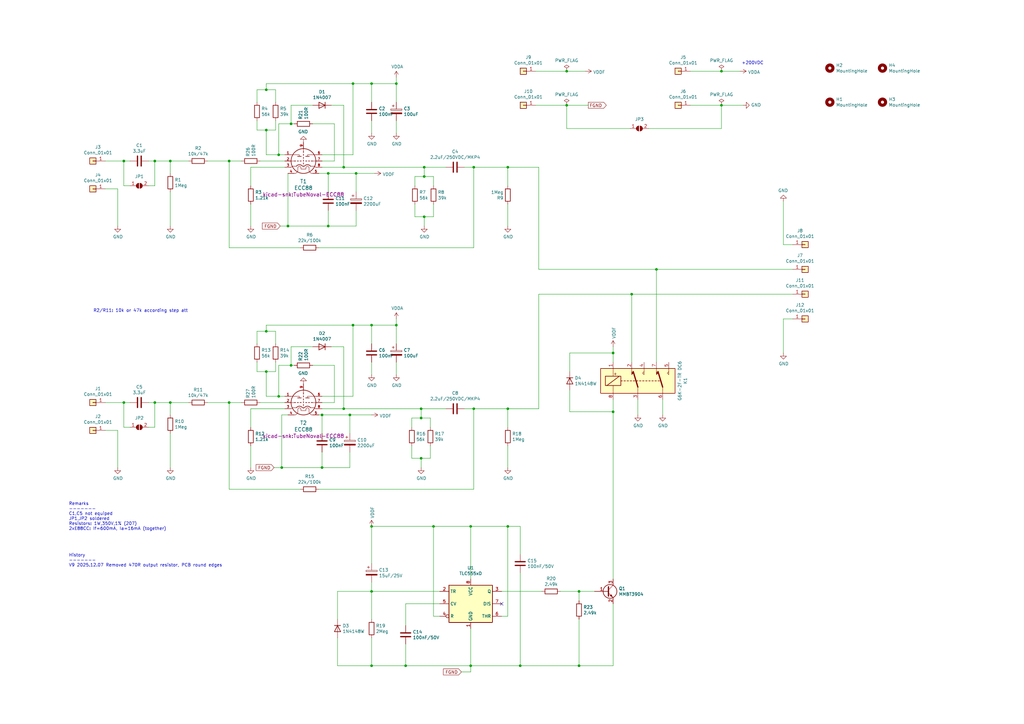
<source format=kicad_sch>
(kicad_sch (version 20250114) (generator "eeschema") (generator_version "9.0")
  (paper "A3")
  (title_block (title "Pre-Amp ECC88/E88CC") (date "2025-12-08") (rev "V9"))
  (lib_symbols
    (symbol "Connector_Generic:Conn_01x01" (pin_names (offset 1.016) (hide yes))
      (property "Reference" "J" (at 0 2.54 0))
      (property "Value" "Conn_01x01" (at 0 -2.54 0))
      (symbol "Conn_01x01_1_1"
        (pin passive line (at -5.08 0 0) (length 3.81) (name "Pin_1") (number "1"))
      )
    )
    (symbol "Device:C" (pin_numbers (hide yes)) (pin_names (offset 0.254))
      (property "Reference" "C" (at 0.635 2.54 0))
      (property "Value" "C" (at 0.635 -2.54 0))
      (symbol "C_1_1"
        (pin passive line (at 0 3.81 270) (length 2.794) (name "~") (number "1"))
        (pin passive line (at 0 -3.81 90) (length 2.794) (name "~") (number "2"))
      )
    )
    (symbol "Device:C_Polarized" (pin_numbers (hide yes)) (pin_names (offset 0.254))
      (property "Reference" "C" (at 0.635 2.54 0))
      (property "Value" "C_Polarized" (at 0.635 -2.54 0))
      (symbol "C_Polarized_1_1"
        (pin passive line (at 0 3.81 270) (length 2.794) (name "~") (number "1"))
        (pin passive line (at 0 -3.81 90) (length 2.794) (name "~") (number "2"))
      )
    )
    (symbol "Device:R" (pin_numbers (hide yes)) (pin_names (offset 0))
      (property "Reference" "R" (at 2.032 0 90))
      (property "Value" "R" (at 0 0 90))
      (symbol "R_1_1"
        (pin passive line (at 0 3.81 270) (length 1.27) (name "~") (number "1"))
        (pin passive line (at 0 -3.81 90) (length 1.27) (name "~") (number "2"))
      )
    )
    (symbol "Diode:1N4007" (pin_numbers (hide yes)) (pin_names (offset 1.016) (hide yes))
      (property "Reference" "D" (at 0 2.54 0))
      (property "Value" "1N4007" (at 0 -2.54 0))
      (symbol "1N4007_1_1"
        (pin passive line (at -3.81 0 0) (length 2.54) (name "K") (number "1"))
        (pin passive line (at 3.81 0 180) (length 2.54) (name "A") (number "2"))
      )
    )
    (symbol "Diode:1N4148W" (pin_numbers (hide yes)) (pin_names (offset 1.016) (hide yes))
      (property "Reference" "D" (at 0 2.54 0))
      (property "Value" "1N4148W" (at 0 -2.54 0))
      (symbol "1N4148W_1_1"
        (pin passive line (at -3.81 0 0) (length 2.54) (name "K") (number "1"))
        (pin passive line (at 3.81 0 180) (length 2.54) (name "A") (number "2"))
      )
    )
    (symbol "Jumper:SolderJumper_2_Open" (pin_names (offset 0) (hide yes))
      (property "Reference" "JP" (at 0 2.032 0))
      (property "Value" "SolderJumper_2_Open" (at 0 -2.54 0))
      (symbol "SolderJumper_2_Open_1_1"
        (pin passive line (at -3.81 0 0) (length 2.54) (name "A") (number "1"))
        (pin passive line (at 3.81 0 180) (length 2.54) (name "B") (number "2"))
      )
    )
    (symbol "Mechanical:MountingHole" (pin_names (offset 1.016))
      (property "Reference" "H" (at 0 5.08 0))
      (property "Value" "MountingHole" (at 0 3.175 0))
    )
    (symbol "Relay:G6K-2"
      (property "Reference" "K" (at 16.51 3.81 0))
      (property "Value" "G6K-2" (at 16.51 1.27 0))
      (symbol "G6K-2_0_0"
        (text "+" (at -9.271 2.921 0) (effects (font (size 1.27 1.27))))
      )
      (symbol "G6K-2_1_1"
        (pin passive line (at -10.16 7.62 270) (length 2.54) (name "~") (number "1"))
        (pin passive line (at -10.16 -7.62 90) (length 2.54) (name "~") (number "8"))
        (pin passive line (at -2.54 7.62 270) (length 2.54) (name "~") (number "2"))
        (pin passive line (at 0 -7.62 90) (length 2.54) (name "~") (number "3"))
        (pin passive line (at 2.54 7.62 270) (length 2.54) (name "~") (number "4"))
        (pin passive line (at 7.62 7.62 270) (length 2.54) (name "~") (number "7"))
        (pin passive line (at 10.16 -7.62 90) (length 2.54) (name "~") (number "6"))
        (pin passive line (at 12.7 7.62 270) (length 2.54) (name "~") (number "5"))
      )
    )
    (symbol "Timer:TLC555xD"
      (property "Reference" "U" (at -10.16 8.89 0))
      (property "Value" "TLC555xD" (at 2.54 8.89 0))
      (symbol "TLC555xD_0_0"
        (pin power_in line (at 0 10.16 270) (length 2.54) (name "VCC") (number "8"))
        (pin power_in line (at 0 -10.16 90) (length 2.54) (name "GND") (number "1"))
      )
      (symbol "TLC555xD_1_1"
        (pin input line (at -12.7 5.08 0) (length 3.81) (name "TR") (number "2"))
        (pin input line (at -12.7 0 0) (length 3.81) (name "CV") (number "5"))
        (pin input inverted (at -12.7 -5.08 0) (length 3.81) (name "R") (number "4"))
        (pin output line (at 12.7 5.08 180) (length 3.81) (name "Q") (number "3"))
        (pin input line (at 12.7 0 180) (length 3.81) (name "DIS") (number "7"))
        (pin input line (at 12.7 -5.08 180) (length 3.81) (name "THR") (number "6"))
      )
    )
    (symbol "Transistor_BJT:MMBT3904" (pin_names (offset 0) (hide yes))
      (property "Reference" "Q" (at 5.08 1.905 0))
      (property "Value" "MMBT3904" (at 5.08 0 0))
      (symbol "MMBT3904_1_1"
        (pin input line (at -5.08 0 0) (length 5.715) (name "B") (number "1"))
        (pin passive line (at 2.54 5.08 270) (length 2.54) (name "C") (number "3"))
        (pin passive line (at 2.54 -5.08 90) (length 2.54) (name "E") (number "2"))
      )
    )
    (symbol "power:GND" (power) (pin_names (offset 0))
      (property "Value" "GND" (at 0 -3.81 0))
      (symbol "GND_1_1"
        (pin power_in line (at 0 0 270) (length 0) (hide yes) (name "GND") (number "1"))
      )
    )
    (symbol "power:PWR_FLAG" (power) (pin_numbers (hide yes)) (pin_names (offset 0) (hide yes))
      (property "Value" "PWR_FLAG" (at 0 3.81 0))
      (symbol "PWR_FLAG_0_0"
        (pin power_out line (at 0 0 90) (length 0) (name "pwr") (number "1"))
      )
    )
    (symbol "power:VDDA" (power) (pin_names (offset 0))
      (property "Value" "VDDA" (at 0 3.81 0))
      (symbol "VDDA_1_1"
        (pin power_in line (at 0 0 90) (length 0) (hide yes) (name "VDDA") (number "1"))
      )
    )
    (symbol "power:VDDF" (power) (pin_names (offset 0))
      (property "Value" "VDDF" (at 0 3.81 0))
      (symbol "VDDF_1_1"
        (pin power_in line (at 0 0 90) (length 0) (hide yes) (name "VDDF") (number "1"))
      )
    )
    (symbol "w_vacuum:ECC88" (pin_names (offset 0.0254) (hide yes))
      (property "Reference" "T" (at 0 -7.62 0))
      (property "Value" "ECC88" (at 0 -10.16 0))
      (symbol "ECC88_1_1"
        (pin input line (at -7.62 2.54 0) (length 2.54) (name "qT1") (number "1"))
        (pin input line (at -7.62 0 0) (length 2.54) (name "gT1") (number "2"))
        (pin input line (at -7.62 -2.54 0) (length 2.54) (name "kT1") (number "3"))
        (pin input line (at -6.35 -5.08 0) (length 2.54) (name "h") (number "4"))
        (pin input line (at 0 7.62 270) (length 2.54) (name "s") (number "9"))
        (pin input line (at 6.35 -5.08 180) (length 2.54) (name "h") (number "5"))
        (pin input line (at 7.62 2.54 180) (length 2.54) (name "qT2") (number "6"))
        (pin input line (at 7.62 0 180) (length 2.54) (name "gT2") (number "7"))
        (pin input line (at 7.62 -2.54 180) (length 2.54) (name "kT2") (number "8"))
      )
    )
  )
  (text "Remarks\n-------\nC1,C5 not equiped\nJP1,JP2 soldered\nResistors: 1W,350V,1% (207)\n2xE88CC: If=600mA, Ia=16mA (together)\n" (at 28.194 211.836 0) (effects (font (size 1.27 1.27)) (justify left)))
  (text "R2/R11: 10k or 47k according step att" (at 57.658 127.508 0) (effects (font (size 1.27 1.27))))
  (text "History\n-------\nV9 2025.12.07 Removed 470R output resistor, PCB round edges" (at 28.194 232.664 0) (effects (font (size 1.27 1.27)) (justify left bottom)))
  (text "+200VDC" (at 304.165 26.67 0) (effects (font (size 1.27 1.27)) (justify left bottom)))
  (junction (at 208.28 215.9))
  (junction (at 69.85 165.1))
  (junction (at 232.41 43.18))
  (junction (at 132.08 191.77))
  (junction (at 172.72 167.64))
  (junction (at 295.91 43.18))
  (junction (at 119.38 149.86))
  (junction (at 237.49 273.05))
  (junction (at 213.36 273.05))
  (junction (at 208.28 68.58))
  (junction (at 134.62 92.71))
  (junction (at 251.46 168.91))
  (junction (at 194.31 167.64))
  (junction (at 152.4 34.29))
  (junction (at 69.85 66.04))
  (junction (at 208.28 167.64))
  (junction (at 172.72 171.45))
  (junction (at 144.78 133.35))
  (junction (at 166.37 273.05))
  (junction (at 146.05 71.12))
  (junction (at 162.56 34.29))
  (junction (at 152.4 273.05))
  (junction (at 63.5 66.04))
  (junction (at 237.49 242.57))
  (junction (at 152.4 215.9))
  (junction (at 114.3 63.5))
  (junction (at 193.04 215.9))
  (junction (at 152.4 133.35))
  (junction (at 193.04 273.05))
  (junction (at 115.57 191.77))
  (junction (at 173.99 68.58))
  (junction (at 134.62 71.12))
  (junction (at 140.97 68.58))
  (junction (at 93.98 66.04))
  (junction (at 172.72 187.96))
  (junction (at 194.31 68.58))
  (junction (at 269.24 110.49))
  (junction (at 50.8 66.04))
  (junction (at 162.56 133.35))
  (junction (at 109.22 135.89))
  (junction (at 119.38 50.8))
  (junction (at 232.41 29.21))
  (junction (at 152.4 242.57))
  (junction (at 114.3 162.56))
  (junction (at 173.99 72.39))
  (junction (at 144.78 34.29))
  (junction (at 143.51 170.18))
  (junction (at 109.22 53.34))
  (junction (at 173.99 88.9))
  (junction (at 132.08 170.18))
  (junction (at 63.5 165.1))
  (junction (at 177.8 215.9))
  (junction (at 109.22 36.83))
  (junction (at 251.46 144.78))
  (junction (at 109.22 152.4))
  (junction (at 50.8 165.1))
  (junction (at 93.98 165.1))
  (junction (at 118.11 92.71))
  (junction (at 259.08 120.65))
  (junction (at 140.97 167.64))
  (junction (at 295.91 29.21))
  (no_connect (at 205.74 247.65))
  (wire (pts (xy 69.85 71.12) (xy 69.85 66.04)))
  (wire (pts (xy 105.41 36.83) (xy 105.41 41.91)))
  (wire (pts (xy 180.34 252.73) (xy 177.8 252.73)))
  (wire (pts (xy 162.56 153.67) (xy 162.56 148.59)))
  (wire (pts (xy 153.67 71.12) (xy 146.05 71.12)))
  (wire (pts (xy 173.99 92.71) (xy 173.99 88.9)))
  (wire (pts (xy 173.99 72.39) (xy 170.18 72.39)))
  (wire (pts (xy 194.31 101.6) (xy 130.81 101.6)))
  (wire (pts (xy 152.4 242.57) (xy 138.43 242.57)))
  (wire (pts (xy 321.31 130.81) (xy 325.12 130.81)))
  (wire (pts (xy 114.3 50.8) (xy 119.38 50.8)))
  (wire (pts (xy 219.71 43.18) (xy 232.41 43.18)))
  (wire (pts (xy 144.78 34.29) (xy 152.4 34.29)))
  (wire (pts (xy 152.4 140.97) (xy 152.4 133.35)))
  (wire (pts (xy 152.4 133.35) (xy 162.56 133.35)))
  (wire (pts (xy 114.3 162.56) (xy 109.22 162.56)))
  (wire (pts (xy 113.03 41.91) (xy 113.03 36.83)))
  (wire (pts (xy 193.04 273.05) (xy 166.37 273.05)))
  (wire (pts (xy 208.28 175.26) (xy 208.28 167.64)))
  (wire (pts (xy 102.87 92.71) (xy 102.87 83.82)))
  (wire (pts (xy 77.47 66.04) (xy 69.85 66.04)))
  (wire (pts (xy 233.68 160.02) (xy 233.68 168.91)))
  (wire (pts (xy 146.05 92.71) (xy 146.05 86.36)))
  (wire (pts (xy 60.96 165.1) (xy 63.5 165.1)))
  (wire (pts (xy 140.97 167.64) (xy 172.72 167.64)))
  (wire (pts (xy 205.74 242.57) (xy 222.25 242.57)))
  (wire (pts (xy 48.26 92.71) (xy 48.26 77.47)))
  (wire (pts (xy 116.84 68.58) (xy 102.87 68.58)))
  (wire (pts (xy 53.34 76.2) (xy 50.8 76.2)))
  (wire (pts (xy 63.5 165.1) (xy 69.85 165.1)))
  (wire (pts (xy 128.27 149.86) (xy 137.16 149.86)))
  (wire (pts (xy 168.91 187.96) (xy 172.72 187.96)))
  (wire (pts (xy 180.34 247.65) (xy 166.37 247.65)))
  (wire (pts (xy 50.8 76.2) (xy 50.8 66.04)))
  (wire (pts (xy 109.22 63.5) (xy 109.22 53.34)))
  (wire (pts (xy 194.31 167.64) (xy 190.5 167.64)))
  (wire (pts (xy 152.4 242.57) (xy 152.4 254)))
  (wire (pts (xy 109.22 135.89) (xy 105.41 135.89)))
  (wire (pts (xy 50.8 165.1) (xy 53.34 165.1)))
  (wire (pts (xy 109.22 53.34) (xy 105.41 53.34)))
  (wire (pts (xy 135.89 142.24) (xy 140.97 142.24)))
  (wire (pts (xy 208.28 83.82) (xy 208.28 92.71)))
  (wire (pts (xy 134.62 71.12) (xy 130.81 71.12)))
  (wire (pts (xy 105.41 135.89) (xy 105.41 140.97)))
  (wire (pts (xy 295.91 29.21) (xy 283.21 29.21)))
  (wire (pts (xy 144.78 63.5) (xy 144.78 34.29)))
  (wire (pts (xy 152.4 273.05) (xy 138.43 273.05)))
  (wire (pts (xy 205.74 252.73) (xy 208.28 252.73)))
  (wire (pts (xy 132.08 177.8) (xy 132.08 170.18)))
  (wire (pts (xy 269.24 148.59) (xy 269.24 110.49)))
  (wire (pts (xy 251.46 148.59) (xy 251.46 144.78)))
  (wire (pts (xy 162.56 133.35) (xy 162.56 140.97)))
  (wire (pts (xy 119.38 142.24) (xy 119.38 149.86)))
  (wire (pts (xy 208.28 76.2) (xy 208.28 68.58)))
  (wire (pts (xy 237.49 254) (xy 237.49 273.05)))
  (wire (pts (xy 69.85 92.71) (xy 69.85 78.74)))
  (wire (pts (xy 162.56 133.35) (xy 162.56 130.81)))
  (wire (pts (xy 137.16 149.86) (xy 137.16 165.1)))
  (wire (pts (xy 168.91 171.45) (xy 168.91 175.26)))
  (wire (pts (xy 119.38 149.86) (xy 114.3 149.86)))
  (wire (pts (xy 152.4 153.67) (xy 152.4 148.59)))
  (wire (pts (xy 208.28 191.77) (xy 208.28 182.88)))
  (wire (pts (xy 128.27 43.18) (xy 119.38 43.18)))
  (wire (pts (xy 115.57 170.18) (xy 115.57 191.77)))
  (wire (pts (xy 138.43 273.05) (xy 138.43 261.62)))
  (wire (pts (xy 208.28 252.73) (xy 208.28 215.9)))
  (wire (pts (xy 112.395 191.77) (xy 115.57 191.77)))
  (wire (pts (xy 213.36 227.33) (xy 213.36 215.9)))
  (wire (pts (xy 146.05 71.12) (xy 134.62 71.12)))
  (wire (pts (xy 109.22 53.34) (xy 113.03 53.34)))
  (wire (pts (xy 240.03 29.21) (xy 232.41 29.21)))
  (wire (pts (xy 162.56 54.61) (xy 162.56 49.53)))
  (wire (pts (xy 170.18 83.82) (xy 170.18 88.9)))
  (wire (pts (xy 106.68 165.1) (xy 116.84 165.1)))
  (wire (pts (xy 152.4 242.57) (xy 152.4 238.76)))
  (wire (pts (xy 132.08 167.64) (xy 140.97 167.64)))
  (wire (pts (xy 144.78 162.56) (xy 144.78 133.35)))
  (wire (pts (xy 194.31 167.64) (xy 194.31 200.66)))
  (wire (pts (xy 166.37 247.65) (xy 166.37 256.54)))
  (wire (pts (xy 233.68 144.78) (xy 251.46 144.78)))
  (wire (pts (xy 259.08 148.59) (xy 259.08 120.65)))
  (wire (pts (xy 93.98 200.66) (xy 93.98 165.1)))
  (wire (pts (xy 118.11 170.18) (xy 115.57 170.18)))
  (wire (pts (xy 232.41 43.18) (xy 241.3 43.18)))
  (wire (pts (xy 114.935 92.71) (xy 118.11 92.71)))
  (wire (pts (xy 102.87 191.77) (xy 102.87 182.88)))
  (wire (pts (xy 172.72 171.45) (xy 168.91 171.45)))
  (wire (pts (xy 134.62 92.71) (xy 146.05 92.71)))
  (wire (pts (xy 85.09 66.04) (xy 93.98 66.04)))
  (wire (pts (xy 237.49 246.38) (xy 237.49 242.57)))
  (wire (pts (xy 135.89 43.18) (xy 140.97 43.18)))
  (wire (pts (xy 109.22 162.56) (xy 109.22 152.4)))
  (wire (pts (xy 194.31 68.58) (xy 208.28 68.58)))
  (wire (pts (xy 77.47 165.1) (xy 69.85 165.1)))
  (wire (pts (xy 143.51 170.18) (xy 152.4 170.18)))
  (wire (pts (xy 63.5 76.2) (xy 60.96 76.2)))
  (wire (pts (xy 116.84 63.5) (xy 114.3 63.5)))
  (wire (pts (xy 114.3 63.5) (xy 109.22 63.5)))
  (wire (pts (xy 152.4 215.9) (xy 177.8 215.9)))
  (wire (pts (xy 180.34 242.57) (xy 152.4 242.57)))
  (wire (pts (xy 208.28 215.9) (xy 193.04 215.9)))
  (wire (pts (xy 233.68 152.4) (xy 233.68 144.78)))
  (wire (pts (xy 123.19 200.66) (xy 93.98 200.66)))
  (wire (pts (xy 172.72 167.64) (xy 182.88 167.64)))
  (wire (pts (xy 166.37 273.05) (xy 152.4 273.05)))
  (wire (pts (xy 143.51 191.77) (xy 143.51 185.42)))
  (wire (pts (xy 132.08 63.5) (xy 144.78 63.5)))
  (wire (pts (xy 213.36 273.05) (xy 193.04 273.05)))
  (wire (pts (xy 162.56 34.29) (xy 162.56 31.75)))
  (wire (pts (xy 271.78 170.18) (xy 271.78 163.83)))
  (wire (pts (xy 162.56 34.29) (xy 162.56 41.91)))
  (wire (pts (xy 53.34 175.26) (xy 50.8 175.26)))
  (wire (pts (xy 134.62 78.74) (xy 134.62 71.12)))
  (wire (pts (xy 233.68 168.91) (xy 251.46 168.91)))
  (wire (pts (xy 144.78 34.29) (xy 109.22 34.29)))
  (wire (pts (xy 69.85 66.04) (xy 63.5 66.04)))
  (wire (pts (xy 193.04 257.81) (xy 193.04 273.05)))
  (wire (pts (xy 138.43 242.57) (xy 138.43 254)))
  (wire (pts (xy 173.99 68.58) (xy 182.88 68.58)))
  (wire (pts (xy 193.04 275.59) (xy 193.04 273.05)))
  (wire (pts (xy 325.12 100.33) (xy 321.31 100.33)))
  (wire (pts (xy 193.04 237.49) (xy 193.04 215.9)))
  (wire (pts (xy 251.46 168.91) (xy 251.46 237.49)))
  (wire (pts (xy 170.18 88.9) (xy 173.99 88.9)))
  (wire (pts (xy 208.28 68.58) (xy 220.98 68.58)))
  (wire (pts (xy 261.62 170.18) (xy 261.62 163.83)))
  (wire (pts (xy 113.03 152.4) (xy 113.03 148.59)))
  (wire (pts (xy 177.8 88.9) (xy 177.8 83.82)))
  (wire (pts (xy 109.22 133.35) (xy 109.22 135.89)))
  (wire (pts (xy 170.18 72.39) (xy 170.18 76.2)))
  (wire (pts (xy 48.26 77.47) (xy 43.18 77.47)))
  (wire (pts (xy 114.3 149.86) (xy 114.3 162.56)))
  (wire (pts (xy 128.27 142.24) (xy 119.38 142.24)))
  (wire (pts (xy 194.31 200.66) (xy 130.81 200.66)))
  (wire (pts (xy 283.21 43.18) (xy 295.91 43.18)))
  (wire (pts (xy 237.49 273.05) (xy 213.36 273.05)))
  (wire (pts (xy 109.22 36.83) (xy 105.41 36.83)))
  (wire (pts (xy 176.53 187.96) (xy 176.53 182.88)))
  (wire (pts (xy 140.97 43.18) (xy 140.97 68.58)))
  (wire (pts (xy 119.38 50.8) (xy 120.65 50.8)))
  (wire (pts (xy 194.31 167.64) (xy 208.28 167.64)))
  (wire (pts (xy 134.62 92.71) (xy 134.62 86.36)))
  (wire (pts (xy 194.31 68.58) (xy 190.5 68.58)))
  (wire (pts (xy 146.05 78.74) (xy 146.05 71.12)))
  (wire (pts (xy 208.28 167.64) (xy 220.98 167.64)))
  (wire (pts (xy 48.26 191.77) (xy 48.26 176.53)))
  (wire (pts (xy 132.08 191.77) (xy 132.08 185.42)))
  (wire (pts (xy 50.8 66.04) (xy 53.34 66.04)))
  (wire (pts (xy 232.41 29.21) (xy 219.71 29.21)))
  (wire (pts (xy 259.08 120.65) (xy 325.12 120.65)))
  (wire (pts (xy 213.36 215.9) (xy 208.28 215.9)))
  (wire (pts (xy 251.46 247.65) (xy 251.46 273.05)))
  (wire (pts (xy 251.46 144.78) (xy 251.46 142.24)))
  (wire (pts (xy 43.18 66.04) (xy 50.8 66.04)))
  (wire (pts (xy 50.8 175.26) (xy 50.8 165.1)))
  (wire (pts (xy 213.36 234.95) (xy 213.36 273.05)))
  (wire (pts (xy 321.31 100.33) (xy 321.31 82.55)))
  (wire (pts (xy 132.08 68.58) (xy 140.97 68.58)))
  (wire (pts (xy 63.5 66.04) (xy 63.5 76.2)))
  (wire (pts (xy 295.91 52.705) (xy 295.91 43.18)))
  (wire (pts (xy 193.04 215.9) (xy 177.8 215.9)))
  (wire (pts (xy 113.03 53.34) (xy 113.03 49.53)))
  (wire (pts (xy 143.51 177.8) (xy 143.51 170.18)))
  (wire (pts (xy 69.85 191.77) (xy 69.85 177.8)))
  (wire (pts (xy 321.31 144.78) (xy 321.31 130.81)))
  (wire (pts (xy 144.78 133.35) (xy 152.4 133.35)))
  (wire (pts (xy 303.53 29.21) (xy 295.91 29.21)))
  (wire (pts (xy 63.5 66.04) (xy 60.96 66.04)))
  (wire (pts (xy 63.5 175.26) (xy 60.96 175.26)))
  (wire (pts (xy 85.09 165.1) (xy 93.98 165.1)))
  (wire (pts (xy 93.98 101.6) (xy 93.98 66.04)))
  (wire (pts (xy 105.41 152.4) (xy 105.41 148.59)))
  (wire (pts (xy 137.16 50.8) (xy 137.16 66.04)))
  (wire (pts (xy 258.445 52.705) (xy 232.41 52.705)))
  (wire (pts (xy 243.84 242.57) (xy 237.49 242.57)))
  (wire (pts (xy 173.99 88.9) (xy 177.8 88.9)))
  (wire (pts (xy 251.46 163.83) (xy 251.46 168.91)))
  (wire (pts (xy 176.53 175.26) (xy 176.53 171.45)))
  (wire (pts (xy 220.98 120.65) (xy 259.08 120.65)))
  (wire (pts (xy 177.8 252.73) (xy 177.8 215.9)))
  (wire (pts (xy 173.99 72.39) (xy 173.99 68.58)))
  (wire (pts (xy 115.57 191.77) (xy 132.08 191.77)))
  (wire (pts (xy 132.08 170.18) (xy 130.81 170.18)))
  (wire (pts (xy 132.08 165.1) (xy 137.16 165.1)))
  (wire (pts (xy 269.24 110.49) (xy 325.12 110.49)))
  (wire (pts (xy 152.4 34.29) (xy 162.56 34.29)))
  (wire (pts (xy 152.4 54.61) (xy 152.4 49.53)))
  (wire (pts (xy 116.84 167.64) (xy 102.87 167.64)))
  (wire (pts (xy 176.53 171.45) (xy 172.72 171.45)))
  (wire (pts (xy 152.4 231.14) (xy 152.4 215.9)))
  (wire (pts (xy 132.08 66.04) (xy 137.16 66.04)))
  (wire (pts (xy 251.46 273.05) (xy 237.49 273.05)))
  (wire (pts (xy 168.91 182.88) (xy 168.91 187.96)))
  (wire (pts (xy 116.84 162.56) (xy 114.3 162.56)))
  (wire (pts (xy 48.26 176.53) (xy 43.18 176.53)))
  (wire (pts (xy 123.19 101.6) (xy 93.98 101.6)))
  (wire (pts (xy 114.3 50.8) (xy 114.3 63.5)))
  (wire (pts (xy 118.11 71.12) (xy 118.11 92.71)))
  (wire (pts (xy 93.98 66.04) (xy 99.06 66.04)))
  (wire (pts (xy 113.03 36.83) (xy 109.22 36.83)))
  (wire (pts (xy 237.49 242.57) (xy 229.87 242.57)))
  (wire (pts (xy 266.065 52.705) (xy 295.91 52.705)))
  (wire (pts (xy 166.37 273.05) (xy 166.37 264.16)))
  (wire (pts (xy 132.08 170.18) (xy 143.51 170.18)))
  (wire (pts (xy 69.85 170.18) (xy 69.85 165.1)))
  (wire (pts (xy 220.98 68.58) (xy 220.98 110.49)))
  (wire (pts (xy 63.5 165.1) (xy 63.5 175.26)))
  (wire (pts (xy 189.23 275.59) (xy 193.04 275.59)))
  (wire (pts (xy 220.98 110.49) (xy 269.24 110.49)))
  (wire (pts (xy 144.78 133.35) (xy 109.22 133.35)))
  (wire (pts (xy 177.8 72.39) (xy 173.99 72.39)))
  (wire (pts (xy 102.87 68.58) (xy 102.87 76.2)))
  (wire (pts (xy 105.41 53.34) (xy 105.41 49.53)))
  (wire (pts (xy 140.97 142.24) (xy 140.97 167.64)))
  (wire (pts (xy 120.65 149.86) (xy 119.38 149.86)))
  (wire (pts (xy 109.22 152.4) (xy 113.03 152.4)))
  (wire (pts (xy 93.98 165.1) (xy 99.06 165.1)))
  (wire (pts (xy 172.72 191.77) (xy 172.72 187.96)))
  (wire (pts (xy 128.27 50.8) (xy 137.16 50.8)))
  (wire (pts (xy 177.8 76.2) (xy 177.8 72.39)))
  (wire (pts (xy 102.87 167.64) (xy 102.87 175.26)))
  (wire (pts (xy 232.41 43.18) (xy 232.41 52.705)))
  (wire (pts (xy 220.98 167.64) (xy 220.98 120.65)))
  (wire (pts (xy 140.97 68.58) (xy 173.99 68.58)))
  (wire (pts (xy 118.11 92.71) (xy 134.62 92.71)))
  (wire (pts (xy 106.68 66.04) (xy 116.84 66.04)))
  (wire (pts (xy 194.31 68.58) (xy 194.31 101.6)))
  (wire (pts (xy 152.4 273.05) (xy 152.4 261.62)))
  (wire (pts (xy 172.72 187.96) (xy 176.53 187.96)))
  (wire (pts (xy 113.03 140.97) (xy 113.03 135.89)))
  (wire (pts (xy 132.08 191.77) (xy 143.51 191.77)))
  (wire (pts (xy 109.22 34.29) (xy 109.22 36.83)))
  (wire (pts (xy 113.03 135.89) (xy 109.22 135.89)))
  (wire (pts (xy 295.91 43.18) (xy 304.8 43.18)))
  (wire (pts (xy 172.72 171.45) (xy 172.72 167.64)))
  (wire (pts (xy 152.4 41.91) (xy 152.4 34.29)))
  (wire (pts (xy 119.38 43.18) (xy 119.38 50.8)))
  (wire (pts (xy 132.08 162.56) (xy 144.78 162.56)))
  (wire (pts (xy 43.18 165.1) (xy 50.8 165.1)))
  (wire (pts (xy 109.22 152.4) (xy 105.41 152.4)))
  (global_label "FGND" (shape output) (at 241.3 43.18 0) (property "Intersheetrefs" "${INTERSHEET_REFS}" (effects (hide yes))))
  (global_label "FGND" (shape input) (at 114.935 92.71 180) (property "Intersheetrefs" "${INTERSHEET_REFS}" (effects (hide yes))))
  (global_label "FGND" (shape input) (at 189.23 275.59 180) (property "Intersheetrefs" "${INTERSHEET_REFS}" (effects (hide yes))))
  (global_label "FGND" (shape input) (at 112.395 191.77 180) (property "Intersheetrefs" "${INTERSHEET_REFS}" (effects (hide yes))))
  (symbol (lib_id "w_vacuum:ECC88") (at 124.46 66.04 0) (unit 1)
    (property "Reference" "T1" (at 124.46 74.3966 0) (effects (font (size 1.524 1.524))))
    (property "Value" "ECC88" (at 124.46 77.089 0) (effects (font (size 1.524 1.524))))
    (property "Footprint" "kicad-snk:TubeNoval-ECC88" (at 124.46 79.7814 0) (effects (font (size 1.524 1.524))))
  )
  (symbol (lib_id "Device:R") (at 81.28 66.04 270) (unit 1)
    (property "Reference" "R2" (at 81.28 60.7822 90))
    (property "Value" "10k/47k" (at 81.28 63.0936 90))
    (property "Footprint" "Resistor_SMD:R_MELF_MMB-0207" (effects (hide yes)))
  )
  (symbol (lib_id "Device:R") (at 69.85 74.93 0) (unit 1)
    (property "Reference" "R1" (at 71.628 73.7616 0) (effects (justify left)))
    (property "Value" "1Meg" (at 71.628 76.073 0) (effects (justify left)))
    (property "Footprint" "Resistor_SMD:R_MELF_MMB-0207" (effects (hide yes)))
  )
  (symbol (lib_id "Connector_Generic:Conn_01x01") (at 38.1 66.04 180) (unit 1)
    (property "Reference" "J3" (at 40.1828 60.325 0))
    (property "Value" "Conn_01x01" (at 40.1828 62.6364 0))
    (property "Footprint" "Connector_Pin:Pin_D1.0mm_L10.0mm" (effects (hide yes)))
  )
  (symbol (lib_id "Connector_Generic:Conn_01x01") (at 38.1 77.47 180) (unit 1)
    (property "Reference" "J4" (at 40.1828 71.755 0))
    (property "Value" "Conn_01x01" (at 40.1828 74.0664 0))
    (property "Footprint" "Connector_Pin:Pin_D1.0mm_L10.0mm" (effects (hide yes)))
  )
  (symbol (lib_id "Connector_Generic:Conn_01x01") (at 278.13 29.21 180) (unit 1)
    (property "Reference" "J5" (at 280.2128 23.495 0))
    (property "Value" "Conn_01x01" (at 280.2128 25.8064 0))
    (property "Footprint" "Connector_Pin:Pin_D1.3mm_L11.0mm" (effects (hide yes)))
  )
  (symbol (lib_id "Connector_Generic:Conn_01x01") (at 278.13 43.18 180) (unit 1)
    (property "Reference" "J6" (at 280.2128 37.465 0))
    (property "Value" "Conn_01x01" (at 280.2128 39.7764 0))
    (property "Footprint" "Connector_Pin:Pin_D1.3mm_L11.0mm" (effects (hide yes)))
  )
  (symbol (lib_id "Device:C") (at 57.15 66.04 270) (unit 1)
    (property "Reference" "C1" (at 57.15 59.6392 90))
    (property "Value" "3.3uF" (at 57.15 61.9506 90))
    (property "Footprint" "Capacitor_THT:C_Rect_L7.2mm_W7.2mm_P5.00mm_FKS2_FKP2_MKS2_MKP2" (effects (hide yes)))
  )
  (symbol (lib_id "Mechanical:MountingHole") (at 340.36 27.94 0) (unit 1)
    (property "Reference" "H2" (at 342.9 26.7716 0) (effects (justify left)))
    (property "Value" "MountingHole" (at 342.9 29.083 0) (effects (justify left)))
    (property "Footprint" "MountingHole:MountingHole_3.2mm_M3_Pad_Via" (effects (hide yes)))
  )
  (symbol (lib_id "Mechanical:MountingHole") (at 361.95 27.94 0) (unit 1)
    (property "Reference" "H4" (at 364.49 26.7716 0) (effects (justify left)))
    (property "Value" "MountingHole" (at 364.49 29.083 0) (effects (justify left)))
    (property "Footprint" "MountingHole:MountingHole_3.2mm_M3_Pad_Via" (effects (hide yes)))
  )
  (symbol (lib_id "Mechanical:MountingHole") (at 340.36 41.91 0) (unit 1)
    (property "Reference" "H1" (at 342.9 40.7416 0) (effects (justify left)))
    (property "Value" "MountingHole" (at 342.9 43.053 0) (effects (justify left)))
    (property "Footprint" "MountingHole:MountingHole_3.2mm_M3_Pad_Via" (effects (hide yes)))
  )
  (symbol (lib_id "Mechanical:MountingHole") (at 361.95 41.91 0) (unit 1)
    (property "Reference" "H3" (at 364.49 40.7416 0) (effects (justify left)))
    (property "Value" "MountingHole" (at 364.49 43.053 0) (effects (justify left)))
    (property "Footprint" "MountingHole:MountingHole_3.2mm_M3_Pad_Via" (effects (hide yes)))
  )
  (symbol (lib_id "power:PWR_FLAG") (at 295.91 29.21 0) (unit 1)
    (property "Reference" "#FLG04" (effects (hide yes)))
    (property "Value" "PWR_FLAG" (at 295.91 24.8158 0))
  )
  (symbol (lib_id "power:GND") (at 304.8 43.18 90) (unit 1)
    (property "Reference" "#PWR05" (effects (hide yes)))
    (property "Value" "GND" (at 308.0512 43.053 90) (effects (justify right)))
  )
  (symbol (lib_id "power:PWR_FLAG") (at 295.91 43.18 0) (unit 1)
    (property "Reference" "#FLG03" (effects (hide yes)))
    (property "Value" "PWR_FLAG" (at 295.91 38.7858 0))
  )
  (symbol (lib_id "power:VDDF") (at 240.03 29.21 270) (unit 1)
    (property "Reference" "#PWR01" (effects (hide yes)))
    (property "Value" "VDDF" (at 243.2812 29.591 90) (effects (justify left)))
  )
  (symbol (lib_id "power:VDDA") (at 303.53 29.21 270) (unit 1)
    (property "Reference" "#PWR07" (effects (hide yes)))
    (property "Value" "VDDA" (at 306.7812 29.591 90) (effects (justify left)))
  )
  (symbol (lib_id "Device:R") (at 113.03 45.72 0) (unit 1)
    (property "Reference" "R5" (at 114.808 44.5516 0) (effects (justify left)))
    (property "Value" "39k" (at 114.808 46.863 0) (effects (justify left)))
    (property "Footprint" "Resistor_SMD:R_MELF_MMB-0207" (effects (hide yes)))
  )
  (symbol (lib_id "Device:C_Polarized") (at 162.56 45.72 0) (unit 1)
    (property "Reference" "C3" (at 165.5572 44.5516 0) (effects (justify left)))
    (property "Value" "100uF" (at 165.5572 46.863 0) (effects (justify left)))
    (property "Footprint" "Capacitor_THT:CP_Radial_D18.0mm_P7.50mm" (effects (hide yes)))
  )
  (symbol (lib_id "Device:R") (at 105.41 45.72 0) (unit 1)
    (property "Reference" "R4" (at 107.188 44.5516 0) (effects (justify left)))
    (property "Value" "56k" (at 107.188 46.863 0) (effects (justify left)))
    (property "Footprint" "Resistor_SMD:R_MELF_MMB-0207" (effects (hide yes)))
  )
  (symbol (lib_id "Device:C") (at 152.4 45.72 0) (unit 1)
    (property "Reference" "C2" (at 155.321 44.5516 0) (effects (justify left)))
    (property "Value" "100nF" (at 155.321 46.863 0) (effects (justify left)))
    (property "Footprint" "Capacitor_THT:C_Rect_L16.5mm_W5.0mm_P15.00mm_MKT" (effects (hide yes)))
  )
  (symbol (lib_id "Device:R") (at 177.8 80.01 0) (unit 1)
    (property "Reference" "R8" (at 179.578 78.8416 0) (effects (justify left)))
    (property "Value" "39k" (at 179.578 81.153 0) (effects (justify left)))
    (property "Footprint" "Resistor_SMD:R_MELF_MMB-0207" (effects (hide yes)))
  )
  (symbol (lib_id "Device:R") (at 170.18 80.01 0) (unit 1)
    (property "Reference" "R7" (at 171.958 78.8416 0) (effects (justify left)))
    (property "Value" "56k" (at 171.958 81.153 0) (effects (justify left)))
    (property "Footprint" "Resistor_SMD:R_MELF_MMB-0207" (effects (hide yes)))
  )
  (symbol (lib_id "Device:R") (at 208.28 80.01 180) (unit 1)
    (property "Reference" "R9" (at 206.502 81.1784 0) (effects (justify left)))
    (property "Value" "1Meg" (at 206.502 78.867 0) (effects (justify left)))
    (property "Footprint" "Resistor_SMD:R_MELF_MMB-0207" (effects (hide yes)))
  )
  (symbol (lib_id "Device:C") (at 186.69 68.58 270) (unit 1)
    (property "Reference" "C4" (at 186.69 62.1792 90))
    (property "Value" "2.2uF/250VDC/MKP4" (at 186.69 64.4906 90))
    (property "Footprint" "Capacitor_THT:C_Rect_L31.5mm_W11.0mm_P27.50mm_MKS4" (effects (hide yes)))
  )
  (symbol (lib_id "Device:R") (at 127 101.6 270) (unit 1)
    (property "Reference" "R6" (at 127 96.3422 90))
    (property "Value" "22k/100k" (at 127 98.6536 90))
    (property "Footprint" "Resistor_SMD:R_MELF_MMB-0207" (effects (hide yes)))
  )
  (symbol (lib_id "power:GND") (at 124.46 58.42 180) (unit 1)
    (property "Reference" "#PWR09" (effects (hide yes)))
    (property "Value" "GND" (at 124.333 54.0258 0))
  )
  (symbol (lib_id "power:GND") (at 173.99 92.71 0) (unit 1)
    (property "Reference" "#PWR012" (effects (hide yes)))
    (property "Value" "GND" (at 174.117 97.1042 0))
  )
  (symbol (lib_id "Connector_Generic:Conn_01x01") (at 330.2 110.49 0) (mirror x) (unit 1)
    (property "Reference" "J7" (at 328.1172 104.775 0))
    (property "Value" "Conn_01x01" (at 328.1172 107.0864 0))
    (property "Footprint" "Connector_Pin:Pin_D1.0mm_L10.0mm" (effects (hide yes)))
  )
  (symbol (lib_id "Connector_Generic:Conn_01x01") (at 330.2 100.33 0) (mirror x) (unit 1)
    (property "Reference" "J8" (at 328.1172 94.615 0))
    (property "Value" "Conn_01x01" (at 328.1172 96.9264 0))
    (property "Footprint" "Connector_Pin:Pin_D1.0mm_L10.0mm" (effects (hide yes)))
  )
  (symbol (lib_id "power:GND") (at 162.56 54.61 0) (unit 1)
    (property "Reference" "#PWR014" (effects (hide yes)))
    (property "Value" "GND" (at 162.687 59.0042 0))
  )
  (symbol (lib_id "power:GND") (at 152.4 54.61 0) (unit 1)
    (property "Reference" "#PWR011" (effects (hide yes)))
    (property "Value" "GND" (at 152.527 59.0042 0))
  )
  (symbol (lib_id "power:VDDF") (at 153.67 71.12 270) (unit 1)
    (property "Reference" "#PWR010" (effects (hide yes)))
    (property "Value" "VDDF" (at 156.9212 71.501 90) (effects (justify left)))
  )
  (symbol (lib_id "Device:R") (at 102.87 80.01 0) (unit 1)
    (property "Reference" "R3" (at 104.648 78.8416 0) (effects (justify left)))
    (property "Value" "1.21k" (at 104.648 81.153 0) (effects (justify left)))
    (property "Footprint" "Resistor_SMD:R_MiniMELF_MMA-0204" (effects (hide yes)))
  )
  (symbol (lib_id "power:GND") (at 102.87 92.71 0) (unit 1)
    (property "Reference" "#PWR06" (effects (hide yes)))
    (property "Value" "GND" (at 102.997 97.1042 0))
  )
  (symbol (lib_id "power:GND") (at 69.85 92.71 0) (unit 1)
    (property "Reference" "#PWR04" (effects (hide yes)))
    (property "Value" "GND" (at 69.977 97.1042 0))
  )
  (symbol (lib_id "power:GND") (at 48.26 92.71 0) (unit 1)
    (property "Reference" "#PWR03" (effects (hide yes)))
    (property "Value" "GND" (at 48.387 97.1042 0))
  )
  (symbol (lib_id "power:VDDA") (at 162.56 31.75 0) (unit 1)
    (property "Reference" "#PWR013" (effects (hide yes)))
    (property "Value" "VDDA" (at 162.941 27.3558 0))
  )
  (symbol (lib_id "Connector_Generic:Conn_01x01") (at 214.63 29.21 180) (unit 1)
    (property "Reference" "J9" (at 216.7128 23.495 0))
    (property "Value" "Conn_01x01" (at 216.7128 25.8064 0))
    (property "Footprint" "Connector_Pin:Pin_D1.3mm_L11.0mm" (effects (hide yes)))
  )
  (symbol (lib_id "Connector_Generic:Conn_01x01") (at 214.63 43.18 180) (unit 1)
    (property "Reference" "J10" (at 216.7128 37.465 0))
    (property "Value" "Conn_01x01" (at 216.7128 39.7764 0))
    (property "Footprint" "Connector_Pin:Pin_D1.3mm_L11.0mm" (effects (hide yes)))
  )
  (symbol (lib_id "power:PWR_FLAG") (at 232.41 29.21 0) (unit 1)
    (property "Reference" "#FLG01" (effects (hide yes)))
    (property "Value" "PWR_FLAG" (at 232.41 24.8158 0))
  )
  (symbol (lib_id "power:PWR_FLAG") (at 232.41 43.18 0) (unit 1)
    (property "Reference" "#FLG02" (effects (hide yes)))
    (property "Value" "PWR_FLAG" (at 232.41 38.7858 0))
  )
  (symbol (lib_id "w_vacuum:ECC88") (at 124.46 165.1 0) (unit 1)
    (property "Reference" "T2" (at 124.46 173.4566 0) (effects (font (size 1.524 1.524))))
    (property "Value" "ECC88" (at 124.46 176.149 0) (effects (font (size 1.524 1.524))))
    (property "Footprint" "kicad-snk:TubeNoval-ECC88" (at 124.46 178.8414 0) (effects (font (size 1.524 1.524))))
  )
  (symbol (lib_id "Device:R") (at 81.28 165.1 270) (unit 1)
    (property "Reference" "R11" (at 81.28 159.8422 90))
    (property "Value" "10k/47k" (at 81.28 162.1536 90))
    (property "Footprint" "Resistor_SMD:R_MELF_MMB-0207" (effects (hide yes)))
  )
  (symbol (lib_id "Device:R") (at 69.85 173.99 0) (unit 1)
    (property "Reference" "R10" (at 71.628 172.8216 0) (effects (justify left)))
    (property "Value" "1Meg" (at 71.628 175.133 0) (effects (justify left)))
    (property "Footprint" "Resistor_SMD:R_MELF_MMB-0207" (effects (hide yes)))
  )
  (symbol (lib_id "Connector_Generic:Conn_01x01") (at 38.1 165.1 180) (unit 1)
    (property "Reference" "J1" (at 40.1828 159.385 0))
    (property "Value" "Conn_01x01" (at 40.1828 161.6964 0))
    (property "Footprint" "Connector_Pin:Pin_D1.0mm_L10.0mm" (effects (hide yes)))
  )
  (symbol (lib_id "Connector_Generic:Conn_01x01") (at 38.1 176.53 180) (unit 1)
    (property "Reference" "J2" (at 40.1828 170.815 0))
    (property "Value" "Conn_01x01" (at 40.1828 173.1264 0))
    (property "Footprint" "Connector_Pin:Pin_D1.0mm_L10.0mm" (effects (hide yes)))
  )
  (symbol (lib_id "Device:C") (at 57.15 165.1 270) (unit 1)
    (property "Reference" "C5" (at 57.15 158.6992 90))
    (property "Value" "3.3uF" (at 57.15 161.0106 90))
    (property "Footprint" "Capacitor_THT:C_Rect_L7.2mm_W7.2mm_P5.00mm_FKS2_FKP2_MKS2_MKP2" (effects (hide yes)))
  )
  (symbol (lib_id "Device:R") (at 113.03 144.78 0) (unit 1)
    (property "Reference" "R14" (at 114.808 143.6116 0) (effects (justify left)))
    (property "Value" "39k" (at 114.808 145.923 0) (effects (justify left)))
    (property "Footprint" "Resistor_SMD:R_MELF_MMB-0207" (effects (hide yes)))
  )
  (symbol (lib_id "Device:C_Polarized") (at 162.56 144.78 0) (unit 1)
    (property "Reference" "C7" (at 165.5572 143.6116 0) (effects (justify left)))
    (property "Value" "100uF" (at 165.5572 145.923 0) (effects (justify left)))
    (property "Footprint" "Capacitor_THT:CP_Radial_D18.0mm_P7.50mm" (effects (hide yes)))
  )
  (symbol (lib_id "Device:R") (at 105.41 144.78 0) (unit 1)
    (property "Reference" "R13" (at 107.188 143.6116 0) (effects (justify left)))
    (property "Value" "56k" (at 107.188 145.923 0) (effects (justify left)))
    (property "Footprint" "Resistor_SMD:R_MELF_MMB-0207" (effects (hide yes)))
  )
  (symbol (lib_id "Device:C") (at 152.4 144.78 0) (unit 1)
    (property "Reference" "C6" (at 155.321 143.6116 0) (effects (justify left)))
    (property "Value" "100nF" (at 155.321 145.923 0) (effects (justify left)))
    (property "Footprint" "Capacitor_THT:C_Rect_L16.5mm_W5.0mm_P15.00mm_MKT" (effects (hide yes)))
  )
  (symbol (lib_id "Device:R") (at 176.53 179.07 0) (unit 1)
    (property "Reference" "R17" (at 178.308 177.9016 0) (effects (justify left)))
    (property "Value" "39k" (at 178.308 180.213 0) (effects (justify left)))
    (property "Footprint" "Resistor_SMD:R_MELF_MMB-0207" (effects (hide yes)))
  )
  (symbol (lib_id "Device:R") (at 168.91 179.07 0) (unit 1)
    (property "Reference" "R16" (at 170.688 177.9016 0) (effects (justify left)))
    (property "Value" "56k" (at 170.688 180.213 0) (effects (justify left)))
    (property "Footprint" "Resistor_SMD:R_MELF_MMB-0207" (effects (hide yes)))
  )
  (symbol (lib_id "Device:R") (at 208.28 179.07 0) (unit 1)
    (property "Reference" "R18" (at 210.058 177.9016 0) (effects (justify left)))
    (property "Value" "1Meg" (at 210.058 180.213 0) (effects (justify left)))
    (property "Footprint" "Resistor_SMD:R_MELF_MMB-0207" (effects (hide yes)))
  )
  (symbol (lib_id "Device:C") (at 186.69 167.64 270) (unit 1)
    (property "Reference" "C8" (at 186.69 161.2392 90))
    (property "Value" "2.2uF/250VDC/MKP4" (at 186.69 163.5506 90))
    (property "Footprint" "Capacitor_THT:C_Rect_L31.5mm_W11.0mm_P27.50mm_MKS4" (effects (hide yes)))
  )
  (symbol (lib_id "Device:R") (at 127 200.66 270) (unit 1)
    (property "Reference" "R15" (at 127 195.4022 90))
    (property "Value" "22k/100k" (at 127 197.7136 90))
    (property "Footprint" "Resistor_SMD:R_MELF_MMB-0207" (effects (hide yes)))
  )
  (symbol (lib_id "power:GND") (at 124.46 157.48 180) (unit 1)
    (property "Reference" "#PWR021" (effects (hide yes)))
    (property "Value" "GND" (at 124.333 153.0858 0))
  )
  (symbol (lib_id "power:GND") (at 172.72 191.77 0) (unit 1)
    (property "Reference" "#PWR024" (effects (hide yes)))
    (property "Value" "GND" (at 172.847 196.1642 0))
  )
  (symbol (lib_id "Connector_Generic:Conn_01x01") (at 330.2 120.65 0) (mirror x) (unit 1)
    (property "Reference" "J11" (at 328.1172 114.935 0))
    (property "Value" "Conn_01x01" (at 328.1172 117.2464 0))
    (property "Footprint" "Connector_Pin:Pin_D1.0mm_L10.0mm" (effects (hide yes)))
  )
  (symbol (lib_id "Connector_Generic:Conn_01x01") (at 330.2 130.81 0) (mirror x) (unit 1)
    (property "Reference" "J12" (at 328.1172 125.095 0))
    (property "Value" "Conn_01x01" (at 328.1172 127.4064 0))
    (property "Footprint" "Connector_Pin:Pin_D1.0mm_L10.0mm" (effects (hide yes)))
  )
  (symbol (lib_id "power:GND") (at 321.31 144.78 0) (unit 1)
    (property "Reference" "#PWR028" (effects (hide yes)))
    (property "Value" "GND" (at 321.437 149.1742 0))
  )
  (symbol (lib_id "power:GND") (at 162.56 153.67 0) (unit 1)
    (property "Reference" "#PWR026" (effects (hide yes)))
    (property "Value" "GND" (at 162.687 158.0642 0))
  )
  (symbol (lib_id "power:GND") (at 152.4 153.67 0) (unit 1)
    (property "Reference" "#PWR023" (effects (hide yes)))
    (property "Value" "GND" (at 152.527 158.0642 0))
  )
  (symbol (lib_id "power:VDDF") (at 152.4 170.18 270) (unit 1)
    (property "Reference" "#PWR022" (effects (hide yes)))
    (property "Value" "VDDF" (at 155.6512 170.561 90) (effects (justify left)))
  )
  (symbol (lib_id "Device:R") (at 102.87 179.07 0) (unit 1)
    (property "Reference" "R12" (at 104.648 177.9016 0) (effects (justify left)))
    (property "Value" "1.21k" (at 104.648 180.213 0) (effects (justify left)))
    (property "Footprint" "Resistor_SMD:R_MiniMELF_MMA-0204" (effects (hide yes)))
  )
  (symbol (lib_id "power:GND") (at 102.87 191.77 0) (unit 1)
    (property "Reference" "#PWR018" (effects (hide yes)))
    (property "Value" "GND" (at 102.997 196.1642 0))
  )
  (symbol (lib_id "power:GND") (at 69.85 191.77 0) (unit 1)
    (property "Reference" "#PWR017" (effects (hide yes)))
    (property "Value" "GND" (at 69.977 196.1642 0))
  )
  (symbol (lib_id "power:GND") (at 48.26 191.77 0) (unit 1)
    (property "Reference" "#PWR02" (effects (hide yes)))
    (property "Value" "GND" (at 48.387 196.1642 0))
  )
  (symbol (lib_id "power:VDDA") (at 162.56 130.81 0) (unit 1)
    (property "Reference" "#PWR025" (effects (hide yes)))
    (property "Value" "VDDA" (at 162.941 126.4158 0))
  )
  (symbol (lib_id "Device:C_Polarized") (at 143.51 181.61 0) (unit 1)
    (property "Reference" "C10" (at 146.5072 180.4416 0) (effects (justify left)))
    (property "Value" "2200uF" (at 146.5072 182.753 0) (effects (justify left)))
    (property "Footprint" "Capacitor_THT:CP_Radial_D16.0mm_P7.50mm" (effects (hide yes)))
  )
  (symbol (lib_id "Device:C") (at 132.08 181.61 0) (unit 1)
    (property "Reference" "C9" (at 135.001 180.4416 0) (effects (justify left)))
    (property "Value" "100nF" (at 135.001 182.753 0) (effects (justify left)))
    (property "Footprint" "Capacitor_THT:C_Rect_L7.2mm_W2.5mm_P5.00mm_FKS2_FKP2_MKS2_MKP2" (effects (hide yes)))
  )
  (symbol (lib_id "Device:C_Polarized") (at 146.05 82.55 0) (unit 1)
    (property "Reference" "C12" (at 149.0472 81.3816 0) (effects (justify left)))
    (property "Value" "2200uF" (at 149.0472 83.693 0) (effects (justify left)))
    (property "Footprint" "Capacitor_THT:CP_Radial_D16.0mm_P7.50mm" (effects (hide yes)))
  )
  (symbol (lib_id "Device:C") (at 134.62 82.55 0) (unit 1)
    (property "Reference" "C11" (at 137.541 81.3816 0) (effects (justify left)))
    (property "Value" "100nF" (at 137.541 83.693 0) (effects (justify left)))
    (property "Footprint" "Capacitor_THT:C_Rect_L7.2mm_W2.5mm_P5.00mm_FKS2_FKP2_MKS2_MKP2" (effects (hide yes)))
  )
  (symbol (lib_id "Device:R") (at 124.46 50.8 90) (unit 1)
    (property "Reference" "R21" (at 123.2916 49.022 0) (effects (justify left)))
    (property "Value" "100R" (at 125.603 49.022 0) (effects (justify left)))
    (property "Footprint" "Resistor_SMD:R_MELF_MMB-0207" (effects (hide yes)))
  )
  (symbol (lib_id "Device:R") (at 124.46 149.86 90) (unit 1)
    (property "Reference" "R22" (at 123.2916 148.082 0) (effects (justify left)))
    (property "Value" "100R" (at 125.603 148.082 0) (effects (justify left)))
    (property "Footprint" "Resistor_SMD:R_MELF_MMB-0207" (effects (hide yes)))
  )
  (symbol (lib_id "Diode:1N4007") (at 132.08 142.24 180) (unit 1)
    (property "Reference" "D2" (at 132.08 136.7282 0))
    (property "Value" "1N4007" (at 132.08 139.0396 0))
    (property "Footprint" "Diode_SMD:D_SMA_Handsoldering" (effects (hide yes)))
    (property "Datasheet" "http://www.vishay.com/docs/88503/1n4001.pdf" (effects (hide yes)))
  )
  (symbol (lib_id "Diode:1N4007") (at 132.08 43.18 180) (unit 1)
    (property "Reference" "D1" (at 132.08 37.6682 0))
    (property "Value" "1N4007" (at 132.08 39.9796 0))
    (property "Footprint" "Diode_SMD:D_SMA_Handsoldering" (effects (hide yes)))
    (property "Datasheet" "http://www.vishay.com/docs/88503/1n4001.pdf" (effects (hide yes)))
  )
  (symbol (lib_id "Relay:G6K-2") (at 261.62 156.21 0) (unit 1)
    (property "Reference" "K1" (at 281.1018 156.21 90))
    (property "Value" "G6K-2F-TR DC6" (at 278.7904 156.21 90))
    (property "Footprint" "Relay_SMD:Relay_DPDT_Omron_G6K-2F" (effects (hide yes)))
    (property "Datasheet" "http://omronfs.omron.com/en_US/ecb/products/pdf/en-g6k.pdf" (effects (hide yes)))
  )
  (symbol (lib_id "Diode:1N4148W") (at 233.68 156.21 270) (unit 1)
    (property "Reference" "D4" (at 235.712 155.0416 90) (effects (justify left)))
    (property "Value" "1N4148W" (at 235.712 157.353 90) (effects (justify left)))
    (property "Footprint" "Diode_SMD:D_SOD-123" (effects (hide yes)))
    (property "Datasheet" "https://www.vishay.com/docs/85748/1n4148w.pdf" (effects (hide yes)))
  )
  (symbol (lib_id "Transistor_BJT:MMBT3904") (at 248.92 242.57 0) (unit 1)
    (property "Reference" "Q1" (at 253.7714 241.4016 0) (effects (justify left)))
    (property "Value" "MMBT3904" (at 253.7714 243.713 0) (effects (justify left)))
    (property "Footprint" "Package_TO_SOT_SMD:SOT-23" (effects (hide yes)))
    (property "Datasheet" "https://www.onsemi.com/pub/Collateral/2N3903-D.PDF" (effects (hide yes)))
  )
  (symbol (lib_id "Device:R") (at 237.49 250.19 0) (unit 1)
    (property "Reference" "R23" (at 239.268 249.0216 0) (effects (justify left)))
    (property "Value" "2.49k" (at 239.268 251.333 0) (effects (justify left)))
    (property "Footprint" "Resistor_SMD:R_0805_2012Metric_Pad1.20x1.40mm_HandSolder" (effects (hide yes)))
  )
  (symbol (lib_id "Device:R") (at 226.06 242.57 270) (unit 1)
    (property "Reference" "R20" (at 226.06 237.3122 90))
    (property "Value" "2.49k" (at 226.06 239.6236 90))
    (property "Footprint" "Resistor_SMD:R_0805_2012Metric_Pad1.20x1.40mm_HandSolder" (effects (hide yes)))
  )
  (symbol (lib_id "Timer:TLC555xD") (at 193.04 247.65 0) (unit 1)
    (property "Reference" "U1" (at 193.04 232.8926 0))
    (property "Value" "TLC555xD" (at 193.04 235.204 0))
    (property "Footprint" "Package_SO:SOIC-8_3.9x4.9mm_P1.27mm" (effects (hide yes)))
    (property "Datasheet" "http://www.ti.com/lit/ds/symlink/tlc555.pdf" (effects (hide yes)))
  )
  (symbol (lib_id "Device:C") (at 213.36 231.14 0) (unit 1)
    (property "Reference" "C15" (at 216.281 229.9716 0) (effects (justify left)))
    (property "Value" "100nF/50V" (at 216.281 232.283 0) (effects (justify left)))
    (property "Footprint" "Capacitor_SMD:C_0805_2012Metric_Pad1.18x1.45mm_HandSolder" (effects (hide yes)))
  )
  (symbol (lib_id "Device:C") (at 166.37 260.35 0) (unit 1)
    (property "Reference" "C14" (at 169.291 259.1816 0) (effects (justify left)))
    (property "Value" "100nF/50V" (at 169.291 261.493 0) (effects (justify left)))
    (property "Footprint" "Capacitor_SMD:C_0805_2012Metric_Pad1.18x1.45mm_HandSolder" (effects (hide yes)))
  )
  (symbol (lib_id "Device:C_Polarized") (at 152.4 234.95 0) (unit 1)
    (property "Reference" "C13" (at 155.3972 233.7816 0) (effects (justify left)))
    (property "Value" "15uF/25V" (at 155.3972 236.093 0) (effects (justify left)))
    (property "Footprint" "Capacitor_Tantalum_SMD:CP_EIA-3216-12_Kemet-S_HandSolder" (effects (hide yes)))
  )
  (symbol (lib_id "Device:R") (at 152.4 257.81 0) (unit 1)
    (property "Reference" "R19" (at 154.178 256.6416 0) (effects (justify left)))
    (property "Value" "2Meg" (at 154.178 258.953 0) (effects (justify left)))
    (property "Footprint" "Resistor_SMD:R_0805_2012Metric_Pad1.20x1.40mm_HandSolder" (effects (hide yes)))
  )
  (symbol (lib_id "Diode:1N4148W") (at 138.43 257.81 270) (unit 1)
    (property "Reference" "D3" (at 140.462 256.6416 90) (effects (justify left)))
    (property "Value" "1N4148W" (at 140.462 258.953 90) (effects (justify left)))
    (property "Footprint" "Diode_SMD:D_SOD-123" (effects (hide yes)))
    (property "Datasheet" "https://www.vishay.com/docs/85748/1n4148w.pdf" (effects (hide yes)))
  )
  (symbol (lib_id "power:VDDF") (at 152.4 215.9 0) (unit 1)
    (property "Reference" "#PWR0101" (effects (hide yes)))
    (property "Value" "VDDF" (at 152.781 212.6488 90) (effects (justify left)))
  )
  (symbol (lib_id "power:GND") (at 321.31 82.55 180) (unit 1)
    (property "Reference" "#PWR0102" (effects (hide yes)))
    (property "Value" "GND" (at 321.183 78.1558 0))
  )
  (symbol (lib_id "power:GND") (at 261.62 170.18 0) (unit 1)
    (property "Reference" "#PWR0106" (effects (hide yes)))
    (property "Value" "GND" (at 261.747 174.5742 0))
  )
  (symbol (lib_id "power:GND") (at 271.78 170.18 0) (unit 1)
    (property "Reference" "#PWR0107" (effects (hide yes)))
    (property "Value" "GND" (at 271.907 174.5742 0))
  )
  (symbol (lib_id "power:GND") (at 208.28 92.71 0) (unit 1)
    (property "Reference" "#PWR0104" (effects (hide yes)))
    (property "Value" "GND" (at 208.407 97.1042 0))
  )
  (symbol (lib_id "power:VDDF") (at 251.46 142.24 0) (unit 1)
    (property "Reference" "#PWR0108" (effects (hide yes)))
    (property "Value" "VDDF" (at 251.841 138.9888 90) (effects (justify left)))
  )
  (symbol (lib_id "power:GND") (at 208.28 191.77 0) (unit 1)
    (property "Reference" "#PWR0105" (effects (hide yes)))
    (property "Value" "GND" (at 208.407 196.1642 0))
  )
  (symbol (lib_id "Device:R") (at 102.87 165.1 90) (unit 1)
    (property "Reference" "R27" (at 101.7016 163.322 0) (effects (justify left)))
    (property "Value" "100R" (at 104.013 163.322 0) (effects (justify left)))
    (property "Footprint" "Resistor_SMD:R_MELF_MMB-0207" (effects (hide yes)))
  )
  (symbol (lib_id "Jumper:SolderJumper_2_Open") (at 262.255 52.705 0) (unit 1)
    (property "Reference" "JP3" (at 262.255 48.895 0))
    (property "Value" "SolderJumper_2_Open" (effects (hide yes)))
    (property "Footprint" "Jumper:SolderJumper-2_P1.3mm_Open_Pad1.0x1.5mm" (effects (hide yes)))
  )
  (symbol (lib_id "Jumper:SolderJumper_2_Open") (at 57.15 76.2 0) (unit 1)
    (property "Reference" "JP1" (at 57.15 72.39 0))
    (property "Value" "SolderJumper_2_Open" (effects (hide yes)))
    (property "Footprint" "Jumper:SolderJumper-2_P1.3mm_Open_Pad1.0x1.5mm" (effects (hide yes)))
  )
  (symbol (lib_id "Jumper:SolderJumper_2_Open") (at 57.15 175.26 0) (unit 1)
    (property "Reference" "JP2" (at 57.15 171.45 0))
    (property "Value" "SolderJumper_2_Open" (effects (hide yes)))
    (property "Footprint" "Jumper:SolderJumper-2_P1.3mm_Open_Pad1.0x1.5mm" (effects (hide yes)))
  )
  (symbol (lib_id "Device:R") (at 102.87 66.04 90) (unit 1)
    (property "Reference" "R26" (at 101.7016 64.262 0) (effects (justify left)))
    (property "Value" "100R" (at 104.013 64.262 0) (effects (justify left)))
    (property "Footprint" "Resistor_SMD:R_MELF_MMB-0207" (effects (hide yes)))
  )
)
</source>
